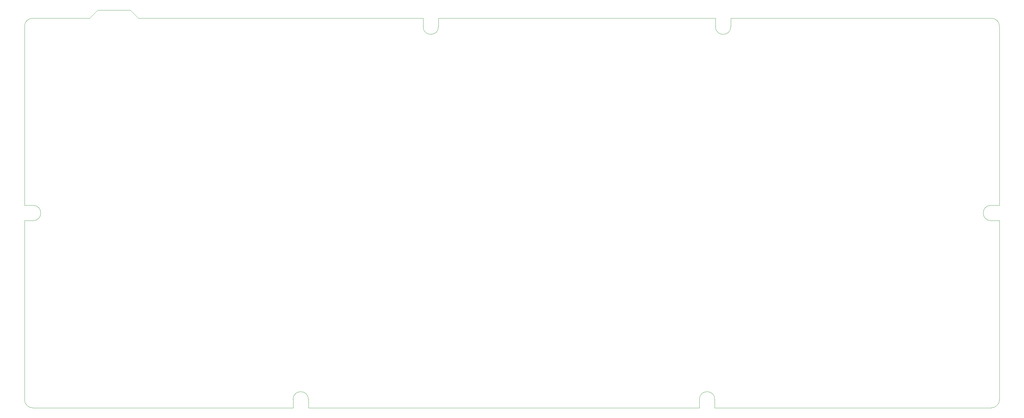
<source format=gm1>
G04 #@! TF.GenerationSoftware,KiCad,Pcbnew,(6.0.6-0)*
G04 #@! TF.CreationDate,2023-02-10T21:05:53+09:00*
G04 #@! TF.ProjectId,key-ripper,6b65792d-7269-4707-9065-722e6b696361,rev?*
G04 #@! TF.SameCoordinates,Original*
G04 #@! TF.FileFunction,Profile,NP*
%FSLAX46Y46*%
G04 Gerber Fmt 4.6, Leading zero omitted, Abs format (unit mm)*
G04 Created by KiCad (PCBNEW (6.0.6-0)) date 2023-02-10 21:05:53*
%MOMM*%
%LPD*%
G01*
G04 APERTURE LIST*
G04 #@! TA.AperFunction,Profile*
%ADD10C,0.100000*%
G04 #@! TD*
G04 APERTURE END LIST*
D10*
X19050000Y-73950000D02*
X19050000Y-21431250D01*
X52387500Y-19050000D02*
X135875000Y-19050000D01*
X302418750Y-133350000D02*
X221350000Y-133350000D01*
X40481250Y-16668750D02*
X50006250Y-16668750D01*
X304800000Y-21431250D02*
X304800000Y-73950000D01*
X97750000Y-133350000D02*
X21431250Y-133350000D01*
X140375000Y-19050000D02*
X221550000Y-19050000D01*
X40481250Y-16668750D02*
X38100000Y-19050000D01*
X304800000Y-78450000D02*
X304800000Y-130968750D01*
X21431250Y-19050000D02*
X38100000Y-19050000D01*
X302418750Y-133350000D02*
G75*
G03*
X304800000Y-130968750I-50J2381300D01*
G01*
X19050000Y-130968750D02*
G75*
G03*
X21431250Y-133350000I2381250J0D01*
G01*
X50006250Y-16668750D02*
X52387500Y-19050000D01*
X226050000Y-19050000D02*
X302418750Y-19050000D01*
X21431250Y-19050000D02*
G75*
G03*
X19050000Y-21431250I0J-2381250D01*
G01*
X19050000Y-130968750D02*
X19050000Y-78450000D01*
X304800000Y-21431250D02*
G75*
G03*
X302418750Y-19050000I-2381300J-50D01*
G01*
X216850000Y-133350000D02*
X102250000Y-133350000D01*
X302300000Y-78450000D02*
X304800000Y-78450000D01*
X302300000Y-73950000D02*
X304800000Y-73950000D01*
X302300000Y-73950000D02*
G75*
G03*
X302300000Y-78450000I0J-2250000D01*
G01*
X216850000Y-130850000D02*
X216850000Y-133350000D01*
X221350000Y-130850000D02*
X221350000Y-133350000D01*
X221350000Y-130850000D02*
G75*
G03*
X216850000Y-130850000I-2250000J0D01*
G01*
X226050000Y-21550000D02*
X226050000Y-19050000D01*
X221550000Y-21550000D02*
X221550000Y-19050000D01*
X221550000Y-21550000D02*
G75*
G03*
X226050000Y-21550000I2250000J0D01*
G01*
X21550000Y-73950000D02*
X19050000Y-73950000D01*
X21550000Y-78450000D02*
X19050000Y-78450000D01*
X21550000Y-78450000D02*
G75*
G03*
X21550000Y-73950000I0J2250000D01*
G01*
X140375000Y-21550000D02*
X140375000Y-19050000D01*
X135875000Y-21550000D02*
X135875000Y-19050000D01*
X135875000Y-21550000D02*
G75*
G03*
X140375000Y-21550000I2250000J0D01*
G01*
X102250000Y-130850000D02*
X102250000Y-133350000D01*
X97750000Y-130850000D02*
X97750000Y-133350000D01*
X102250000Y-130850000D02*
G75*
G03*
X97750000Y-130850000I-2250000J0D01*
G01*
M02*

</source>
